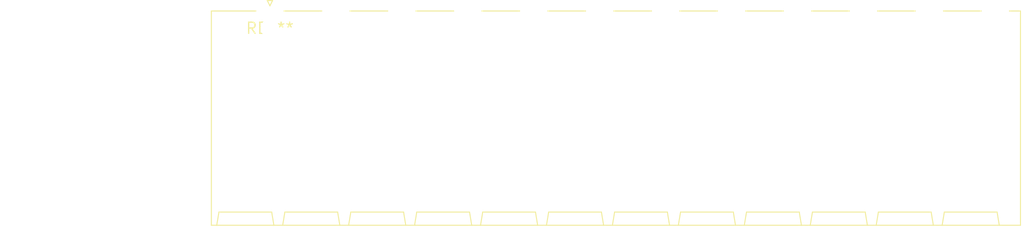
<source format=kicad_pcb>
(kicad_pcb (version 20240108) (generator pcbnew)
  (layers (0 "F.Cu" signal) (31 "B.Cu" signal) (34 "B.Paste" user) (35 "F.Paste" user) (36 "B.SilkS" user "B.Silkscreen") (37 "F.SilkS" user "F.Silkscreen") (38 "B.Mask" user) (39 "F.Mask" user) (44 "Edge.Cuts" user))
  (net 0 "")
  (footprint "PhoenixContact_SPT_5_12-H-7.5-ZB_1x12_P7.5mm_Horizontal" (layer "F.Cu") (at 0 0)
    (property "Reference" "REF**")
    (property "Value" "PhoenixContact_SPT_5_12-H-7.5-ZB_1x12_P7.5mm_Horizontal")
    (fp_line (start -6.66 -1.96) (end -1.6 -1.96) (layer "F.SilkS") (stroke (width 0.12)))
    (fp_line (start -6.66 22.41) (end -6.66 -1.96) (layer "F.SilkS") (stroke (width 0.12)))
    (fp_line (start -6.05 22.41) (end -5.8 20.91) (layer "F.SilkS") (stroke (width 0.12)))
    (fp_line (start -5.8 20.91) (end 0.2 20.91) (layer "F.SilkS") (stroke (width 0.12)))
    (fp_line (start -0.3 -3.15) (end 0 -2.55) (layer "F.SilkS") (stroke (width 0.12)))
    (fp_line (start -0.3 -3.15) (end 0.3 -3.15) (layer "F.SilkS") (stroke (width 0.12)))
    (fp_line (start 0.3 -3.15) (end 0 -2.55) (layer "F.SilkS") (stroke (width 0.12)))
    (fp_line (start 0.45 22.41) (end 0.2 20.91) (layer "F.SilkS") (stroke (width 0.12)))
    (fp_line (start 1.45 22.41) (end 1.7 20.91) (layer "F.SilkS") (stroke (width 0.12)))
    (fp_line (start 1.6 -1.96) (end 5.9 -1.96) (layer "F.SilkS") (stroke (width 0.12)))
    (fp_line (start 1.7 20.91) (end 7.7 20.91) (layer "F.SilkS") (stroke (width 0.12)))
    (fp_line (start 7.95 22.41) (end 7.7 20.91) (layer "F.SilkS") (stroke (width 0.12)))
    (fp_line (start 8.95 22.41) (end 9.2 20.91) (layer "F.SilkS") (stroke (width 0.12)))
    (fp_line (start 9.1 -1.96) (end 13.4 -1.96) (layer "F.SilkS") (stroke (width 0.12)))
    (fp_line (start 9.2 20.91) (end 15.2 20.91) (layer "F.SilkS") (stroke (width 0.12)))
    (fp_line (start 15.45 22.41) (end 15.2 20.91) (layer "F.SilkS") (stroke (width 0.12)))
    (fp_line (start 16.45 22.41) (end 16.7 20.91) (layer "F.SilkS") (stroke (width 0.12)))
    (fp_line (start 16.6 -1.96) (end 20.9 -1.96) (layer "F.SilkS") (stroke (width 0.12)))
    (fp_line (start 16.7 20.91) (end 22.7 20.91) (layer "F.SilkS") (stroke (width 0.12)))
    (fp_line (start 22.95 22.41) (end 22.7 20.91) (layer "F.SilkS") (stroke (width 0.12)))
    (fp_line (start 23.95 22.41) (end 24.2 20.91) (layer "F.SilkS") (stroke (width 0.12)))
    (fp_line (start 24.1 -1.96) (end 28.4 -1.96) (layer "F.SilkS") (stroke (width 0.12)))
    (fp_line (start 24.2 20.91) (end 30.2 20.91) (layer "F.SilkS") (stroke (width 0.12)))
    (fp_line (start 30.45 22.41) (end 30.2 20.91) (layer "F.SilkS") (stroke (width 0.12)))
    (fp_line (start 31.45 22.41) (end 31.7 20.91) (layer "F.SilkS") (stroke (width 0.12)))
    (fp_line (start 31.6 -1.96) (end 35.9 -1.96) (layer "F.SilkS") (stroke (width 0.12)))
    (fp_line (start 31.7 20.91) (end 37.7 20.91) (layer "F.SilkS") (stroke (width 0.12)))
    (fp_line (start 37.95 22.41) (end 37.7 20.91) (layer "F.SilkS") (stroke (width 0.12)))
    (fp_line (start 38.95 22.41) (end 39.2 20.91) (layer "F.SilkS") (stroke (width 0.12)))
    (fp_line (start 39.1 -1.96) (end 43.4 -1.96) (layer "F.SilkS") (stroke (width 0.12)))
    (fp_line (start 39.2 20.91) (end 45.2 20.91) (layer "F.SilkS") (stroke (width 0.12)))
    (fp_line (start 45.45 22.41) (end 45.2 20.91) (layer "F.SilkS") (stroke (width 0.12)))
    (fp_line (start 46.45 22.41) (end 46.7 20.91) (layer "F.SilkS") (stroke (width 0.12)))
    (fp_line (start 46.6 -1.96) (end 50.9 -1.96) (layer "F.SilkS") (stroke (width 0.12)))
    (fp_line (start 46.7 20.91) (end 52.7 20.91) (layer "F.SilkS") (stroke (width 0.12)))
    (fp_line (start 52.95 22.41) (end 52.7 20.91) (layer "F.SilkS") (stroke (width 0.12)))
    (fp_line (start 53.95 22.41) (end 54.2 20.91) (layer "F.SilkS") (stroke (width 0.12)))
    (fp_line (start 54.1 -1.96) (end 58.4 -1.96) (layer "F.SilkS") (stroke (width 0.12)))
    (fp_line (start 54.2 20.91) (end 60.2 20.91) (layer "F.SilkS") (stroke (width 0.12)))
    (fp_line (start 60.45 22.41) (end 60.2 20.91) (layer "F.SilkS") (stroke (width 0.12)))
    (fp_line (start 61.45 22.41) (end 61.7 20.91) (layer "F.SilkS") (stroke (width 0.12)))
    (fp_line (start 61.6 -1.96) (end 65.9 -1.96) (layer "F.SilkS") (stroke (width 0.12)))
    (fp_line (start 61.7 20.91) (end 67.7 20.91) (layer "F.SilkS") (stroke (width 0.12)))
    (fp_line (start 67.95 22.41) (end 67.7 20.91) (layer "F.SilkS") (stroke (width 0.12)))
    (fp_line (start 68.95 22.41) (end 69.2 20.91) (layer "F.SilkS") (stroke (width 0.12)))
    (fp_line (start 69.1 -1.96) (end 73.4 -1.96) (layer "F.SilkS") (stroke (width 0.12)))
    (fp_line (start 69.2 20.91) (end 75.2 20.91) (layer "F.SilkS") (stroke (width 0.12)))
    (fp_line (start 75.45 22.41) (end 75.2 20.91) (layer "F.SilkS") (stroke (width 0.12)))
    (fp_line (start 76.45 22.41) (end 76.7 20.91) (layer "F.SilkS") (stroke (width 0.12)))
    (fp_line (start 76.6 -1.96) (end 80.9 -1.96) (layer "F.SilkS") (stroke (width 0.12)))
    (fp_line (start 76.7 20.91) (end 82.7 20.91) (layer "F.SilkS") (stroke (width 0.12)))
    (fp_line (start 82.95 22.41) (end 82.7 20.91) (layer "F.SilkS") (stroke (width 0.12)))
    (fp_line (start 84.1 -1.96) (end 85.36 -1.96) (layer "F.SilkS") (stroke (width 0.12)))
    (fp_line (start 85.36 -1.96) (end 85.36 22.41) (layer "F.SilkS") (stroke (width 0.12)))
    (fp_line (start 85.36 22.41) (end -6.66 22.41) (layer "F.SilkS") (stroke (width 0.12)))
    (pad "1" thru_hole roundrect (at 0 0) (size 2.8 4.3) (drill 2.1) (layers *.Cu *.Mask) (remove_unused_layers) (roundrect_rratio 0.089286))
    (pad "2" thru_hole oval (at 7.5 13.2) (size 2.8 4.3) (drill 2.1) (layers *.Cu *.Mask) (remove_unused_layers))
    (pad "3" thru_hole oval (at 15 0) (size 2.8 4.3) (drill 2.1) (layers *.Cu *.Mask) (remove_unused_layers))
    (pad "4" thru_hole oval (at 22.5 13.2) (size 2.8 4.3) (drill 2.1) (layers *.Cu *.Mask) (remove_unused_layers))
    (pad "5" thru_hole oval (at 30 0) (size 2.8 4.3) (drill 2.1) (layers *.Cu *.Mask) (remove_unused_layers))
    (pad "6" thru_hole oval (at 37.5 13.2) (size 2.8 4.3) (drill 2.1) (layers *.Cu *.Mask) (remove_unused_layers))
    (pad "7" thru_hole oval (at 45 0) (size 2.8 4.3) (drill 2.1) (layers *.Cu *.Mask) (remove_unused_layers))
    (pad "8" thru_hole oval (at 52.5 13.2) (size 2.8 4.3) (drill 2.1) (layers *.Cu *.Mask) (remove_unused_layers))
    (pad "9" thru_hole oval (at 60 0) (size 2.8 4.3) (drill 2.1) (layers *.Cu *.Mask) (remove_unused_layers))
    (pad "10" thru_hole oval (at 67.5 13.2) (size 2.8 4.3) (drill 2.1) (layers *.Cu *.Mask) (remove_unused_layers))
    (pad "11" thru_hole oval (at 75 0) (size 2.8 4.3) (drill 2.1) (layers *.Cu *.Mask) (remove_unused_layers))
    (pad "12" thru_hole oval (at 82.5 13.2) (size 2.8 4.3) (drill 2.1) (layers *.Cu *.Mask) (remove_unused_layers))
  )
)
</source>
